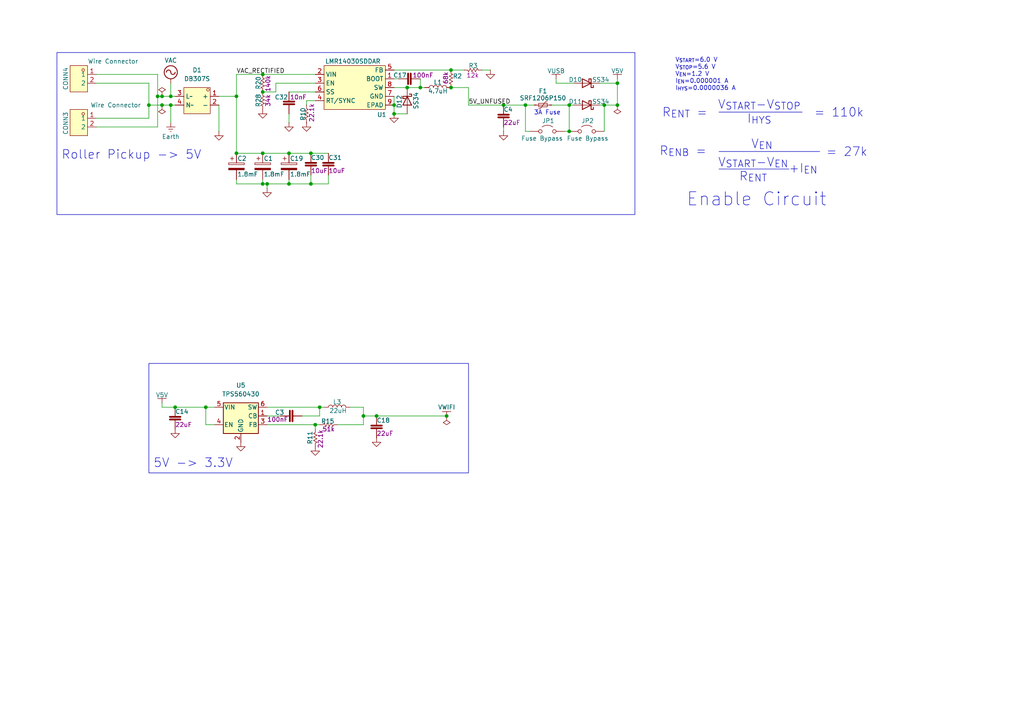
<source format=kicad_sch>
(kicad_sch (version 20231120) (generator "eeschema") (generator_version "8.0")
  (paper "A4")
  (lib_symbols
    (symbol "2060-452/998-404_1"
      (property "Reference" "CONN" (at 0 0 0))
      (property "Value" "Wire Connector" (at 0 0 0))
      (symbol "2060-452/998-404_1_1_0"
        (rectangle (start -2.54 3.81) (end 2.54 -3.81) (fill (type background)))
        (circle (center -1.27 2.54) (radius 0.381))
        (pin unspecified line (at -5.08 1.27 0) (length 2.54) (name "1") (number "1"))
        (pin unspecified line (at -5.08 -1.27 0) (length 2.54) (name "2") (number "2"))
      )
    )
    (symbol "Device:C_Polarized" (pin_numbers hide) (pin_names (offset 0.254))
      (property "Reference" "C" (at 0.635 2.54 0))
      (property "Value" "C_Polarized" (at 0.635 -2.54 0))
      (symbol "C_Polarized_0_1"
        (rectangle (start -2.286 0.508) (end 2.286 1.016))
        (polyline (pts (xy -1.778 2.286) (xy -0.762 2.286)))
        (polyline (pts (xy -1.27 2.794) (xy -1.27 1.778)))
        (rectangle (start 2.286 -0.508) (end -2.286 -1.016) (fill (type outline)))
      )
      (symbol "C_Polarized_1_1"
        (pin passive line (at 0 3.81 270) (length 2.794) (name "~") (number "1"))
        (pin passive line (at 0 -3.81 90) (length 2.794) (name "~") (number "2"))
      )
    )
    (symbol "Device:Polyfuse_Small" (pin_numbers hide) (pin_names (offset 0))
      (property "Reference" "F" (at -1.905 0 90))
      (property "Value" "Polyfuse_Small" (at 1.905 0 90))
      (symbol "Polyfuse_Small_0_1"
        (rectangle (start -0.508 1.27) (end 0.508 -1.27))
        (polyline (pts (xy 0 2.54) (xy 0 -2.54)))
        (polyline (pts (xy -1.016 1.27) (xy -1.016 0.762) (xy 1.016 -0.762) (xy 1.016 -1.27)))
      )
      (symbol "Polyfuse_Small_1_1"
        (pin passive line (at 0 2.54 270) (length 0.635) (name "~") (number "1"))
        (pin passive line (at 0 -2.54 90) (length 0.635) (name "~") (number "2"))
      )
    )
    (symbol "Diode:SS34" (pin_numbers hide) (pin_names (offset 1.016) hide)
      (property "Reference" "D" (at 0 2.54 0))
      (property "Value" "SS34" (at 0 -2.54 0))
      (symbol "SS34_0_1"
        (polyline (pts (xy 1.27 0) (xy -1.27 0)))
        (polyline (pts (xy 1.27 1.27) (xy 1.27 -1.27) (xy -1.27 0) (xy 1.27 1.27)) (stroke (width 0.254)))
        (polyline (pts (xy -1.905 0.635) (xy -1.905 1.27) (xy -1.27 1.27) (xy -1.27 -1.27) (xy -0.635 -1.27) (xy -0.635 -0.635)) (stroke (width 0.254)))
      )
      (symbol "SS34_1_1"
        (pin passive line (at -3.81 0 0) (length 2.54) (name "K") (number "1"))
        (pin passive line (at 3.81 0 180) (length 2.54) (name "A") (number "2"))
      )
    )
    (symbol "Galvani:2060-452/998-404"
      (property "Reference" "CONN" (at 0 0 0))
      (property "Value" "Wire Connector" (at 0 0 0))
      (symbol "2060-452/998-404_1_0"
        (rectangle (start -2.54 3.81) (end 2.54 -3.81) (fill (type background)))
        (circle (center -1.27 2.54) (radius 0.381))
        (pin unspecified line (at -5.08 1.27 0) (length 2.54) (name "1") (number "1"))
        (pin unspecified line (at -5.08 -1.27 0) (length 2.54) (name "2") (number "2"))
      )
    )
    (symbol "Galvani:Cap 100nF 0201" (pin_numbers hide) (pin_names (offset 0.254))
      (property "Reference" "C?" (at 1.016 1.524 90))
      (property "Val" "100nF" (at 1.016 -0.254 90))
      (symbol "Cap 100nF 0201_0_1"
        (polyline (pts (xy -1.524 0.254) (xy 1.524 0.254)) (stroke (width 0.508)))
        (polyline (pts (xy -1.524 1.016) (xy 1.524 1.016)) (stroke (width 0.508)))
      )
      (symbol "Cap 100nF 0201_1_1"
        (pin passive line (at 0 3.81 270) (length 2.794) (name "~") (number "1"))
        (pin passive line (at 0 -2.54 90) (length 2.54) (name "~") (number "2"))
      )
    )
    (symbol "Galvani:Cap 10nF 0201" (pin_numbers hide) (pin_names (offset 0.254))
      (property "Reference" "C?" (at 1.016 1.524 90))
      (property "Val" "10nF" (at 1.016 -0.254 90))
      (symbol "Cap 10nF 0201_0_1"
        (polyline (pts (xy -1.524 0.254) (xy 1.524 0.254)) (stroke (width 0.508)))
        (polyline (pts (xy -1.524 1.016) (xy 1.524 1.016)) (stroke (width 0.508)))
      )
      (symbol "Cap 10nF 0201_1_1"
        (pin passive line (at 0 3.81 270) (length 2.794) (name "~") (number "1"))
        (pin passive line (at 0 -2.54 90) (length 2.54) (name "~") (number "2"))
      )
    )
    (symbol "Galvani:Cap 10uF 0805" (pin_numbers hide) (pin_names (offset 0.254))
      (property "Reference" "C?" (at 0 2.54 0))
      (property "Val" "10uF" (at 0 -1.27 0))
      (symbol "Cap 10uF 0805_0_1"
        (polyline (pts (xy -1.524 0.254) (xy 1.524 0.254)) (stroke (width 0.508)))
        (polyline (pts (xy -1.524 1.016) (xy 1.524 1.016)) (stroke (width 0.508)))
      )
      (symbol "Cap 10uF 0805_1_1"
        (pin passive line (at 0 3.81 270) (length 2.794) (name "~") (number "1"))
        (pin passive line (at 0 -2.54 90) (length 2.54) (name "~") (number "2"))
      )
    )
    (symbol "Galvani:Cap 22uF 0402" (pin_numbers hide) (pin_names (offset 0.254))
      (property "Reference" "C?" (at 0 2.54 0))
      (property "Val" "22uF" (at 0 -1.27 0))
      (symbol "Cap 22uF 0402_0_1"
        (polyline (pts (xy -1.524 0.254) (xy 1.524 0.254)) (stroke (width 0.508)))
        (polyline (pts (xy -1.524 1.016) (xy 1.524 1.016)) (stroke (width 0.508)))
      )
      (symbol "Cap 22uF 0402_1_1"
        (pin passive line (at 0 3.81 270) (length 2.794) (name "~") (number "1"))
        (pin passive line (at 0 -2.54 90) (length 2.54) (name "~") (number "2"))
      )
    )
    (symbol "Galvani:DB207S"
      (property "Reference" "D" (at -4.826 -4.064 0))
      (property "Value" "DB207S" (at -0.508 6.096 0))
      (symbol "DB207S_1_0"
        (rectangle (start -5.08 5.08) (end 2.54 -2.54) (fill (type background)))
        (circle (center -4.445 4.445) (radius 0.381))
        (pin power_out line (at -7.62 2.54 0) (length 2.54) (name "+") (number "1"))
        (pin power_out line (at -7.62 0 0) (length 2.54) (name "-") (number "2"))
        (pin power_in line (at 5.08 2.54 180) (length 2.54) (name "L~") (number "3"))
        (pin power_in line (at 5.08 0 180) (length 2.54) (name "N~") (number "4"))
      )
    )
    (symbol "Galvani:LMR14030SDDAR"
      (property "Reference" "U" (at 0 0 0))
      (property "Value" "LMR14030SDDAR" (at 0 0 0))
      (symbol "LMR14030SDDAR_1_0"
        (rectangle (start -10.16 7.62) (end 7.62 -5.08) (fill (type background)))
        (pin unspecified line (at 10.16 3.81 180) (length 2.54) (name "BOOT") (number "1"))
        (pin unspecified line (at -12.7 5.08 0) (length 2.54) (name "VIN") (number "2"))
        (pin unspecified line (at -12.7 2.54 0) (length 2.54) (name "EN") (number "3"))
        (pin unspecified line (at -12.7 -2.54 0) (length 2.54) (name "RT/SYNC") (number "4"))
        (pin unspecified line (at 10.16 6.35 180) (length 2.54) (name "FB") (number "5"))
        (pin unspecified line (at -12.7 0 0) (length 2.54) (name "SS") (number "6"))
        (pin unspecified line (at 10.16 -1.27 180) (length 2.54) (name "GND") (number "7"))
        (pin unspecified line (at 10.16 1.27 180) (length 2.54) (name "SW") (number "8"))
        (pin unspecified line (at 10.16 -3.81 180) (length 2.54) (name "EPAD") (number "9"))
      )
    )
    (symbol "Galvani:R 12k 0201" (pin_numbers hide) (pin_names (offset 0))
      (property "Reference" "R?" (at -1.27 0 90))
      (property "Val" "12k" (at 1.27 1.778 90))
      (symbol "R 12k 0201_1_0"
        (polyline (pts (xy 0 2.54) (xy 0 1.524) (xy 0.508 1.27) (xy -0.508 0.762) (xy 0.508 0.254) (xy -0.508 -0.254) (xy 0.508 -0.762) (xy -0.508 -1.27) (xy 0 -1.524) (xy 0 -2.54)))
        (pin passive line (at 0 -2.54 90) (length 0) (name "1") (number "1"))
        (pin passive line (at 0 2.54 270) (length 0) (name "2") (number "2"))
      )
    )
    (symbol "Galvani:R 140k 0201" (pin_numbers hide) (pin_names (offset 0))
      (property "Reference" "R?" (at -1.27 0 90))
      (property "Val" "140k" (at 1.27 1.778 90))
      (symbol "R 140k 0201_1_0"
        (polyline (pts (xy 0 2.54) (xy 0 1.524) (xy 0.508 1.27) (xy -0.508 0.762) (xy 0.508 0.254) (xy -0.508 -0.254) (xy 0.508 -0.762) (xy -0.508 -1.27) (xy 0 -1.524) (xy 0 -2.54)))
        (pin passive line (at 0 -2.54 90) (length 0) (name "1") (number "1"))
        (pin passive line (at 0 2.54 270) (length 0) (name "2") (number "2"))
      )
    )
    (symbol "Galvani:R 22.1k 0201" (pin_numbers hide) (pin_names (offset 0))
      (property "Reference" "R?" (at -1.27 0 90))
      (property "Val" "22.1k" (at 1.524 3.048 90))
      (symbol "R 22.1k 0201_1_0"
        (polyline (pts (xy 0 2.54) (xy 0 1.524) (xy 0.508 1.27) (xy -0.508 0.762) (xy 0.508 0.254) (xy -0.508 -0.254) (xy 0.508 -0.762) (xy -0.508 -1.27) (xy 0 -1.524) (xy 0 -2.54)))
        (pin passive line (at 0 -2.54 90) (length 0) (name "1") (number "1"))
        (pin passive line (at 0 2.54 270) (length 0) (name "2") (number "2"))
      )
    )
    (symbol "Galvani:R 34k 0201" (pin_numbers hide) (pin_names (offset 0))
      (property "Reference" "R?" (at -1.27 0 90))
      (property "Val" "34k" (at 1.27 1.778 90))
      (symbol "R 34k 0201_1_0"
        (polyline (pts (xy 0 2.54) (xy 0 1.524) (xy 0.508 1.27) (xy -0.508 0.762) (xy 0.508 0.254) (xy -0.508 -0.254) (xy 0.508 -0.762) (xy -0.508 -1.27) (xy 0 -1.524) (xy 0 -2.54)))
        (pin passive line (at 0 -2.54 90) (length 0) (name "1") (number "1"))
        (pin passive line (at 0 2.54 270) (length 0) (name "2") (number "2"))
      )
    )
    (symbol "Galvani:R 51k 0201" (pin_numbers hide) (pin_names (offset 0))
      (property "Reference" "R?" (at -1.016 1.778 90))
      (property "Val" "51k" (at 1.27 -1.778 90))
      (symbol "R 51k 0201_1_0"
        (polyline (pts (xy 0 2.54) (xy 0 1.524) (xy 0.508 1.27) (xy -0.508 0.762) (xy 0.508 0.254) (xy -0.508 -0.254) (xy 0.508 -0.762) (xy -0.508 -1.27) (xy 0 -1.524) (xy 0 -2.54)))
        (pin passive line (at 0 -2.54 90) (length 0) (name "1") (number "1"))
        (pin passive line (at 0 2.54 270) (length 0) (name "2") (number "2"))
      )
    )
    (symbol "Galvani:R 68k 0201" (pin_numbers hide) (pin_names (offset 0))
      (property "Reference" "R?" (at -1.27 0 90))
      (property "Val" "68k" (at 1.524 -0.254 90))
      (symbol "R 68k 0201_1_0"
        (polyline (pts (xy 0 2.54) (xy 0 1.524) (xy 0.508 1.27) (xy -0.508 0.762) (xy 0.508 0.254) (xy -0.508 -0.254) (xy 0.508 -0.762) (xy -0.508 -1.27) (xy 0 -1.524) (xy 0 -2.54)))
        (pin passive line (at 0 -2.54 90) (length 0) (name "1") (number "1"))
        (pin passive line (at 0 2.54 270) (length 0) (name "2") (number "2"))
      )
    )
    (symbol "Galvani:TPS560430" (pin_names (offset 0.254))
      (property "Reference" "U?" (at 0 8.89 0))
      (property "Value" "TPS560430" (at 0 6.35 0))
      (symbol "TPS560430_0_1"
        (rectangle (start -5.08 3.81) (end 5.08 -5.08) (stroke (width 0.254)) (fill (type background)))
      )
      (symbol "TPS560430_1_1"
        (pin input line (at 7.62 0 180) (length 2.54) (name "CB") (number "1"))
        (pin power_in line (at 0 -7.62 90) (length 2.54) (name "GND") (number "2"))
        (pin input line (at 7.62 -2.54 180) (length 2.54) (name "FB") (number "3"))
        (pin input line (at -7.62 -2.54 0) (length 2.54) (name "EN") (number "4"))
        (pin power_in line (at -7.62 2.54 0) (length 2.54) (name "VIN") (number "5"))
        (pin power_out line (at 7.62 2.54 180) (length 2.54) (name "SW") (number "6"))
      )
    )
    (symbol "Galvani:V5V" (power) (pin_names (offset 0))
      (property "Value" "V5V" (at 0 2.54 0))
      (symbol "V5V_0_1"
        (polyline (pts (xy -1.27 1.27) (xy 0 1.27)))
        (polyline (pts (xy 0 0) (xy 0 1.27)))
        (polyline (pts (xy 0 1.27) (xy 1.27 1.27)))
      )
      (symbol "V5V_1_1"
        (pin power_in line (at 0 0 90) (length 0) hide (name "V5V") (number "1"))
      )
    )
    (symbol "Galvani:VUSB" (power) (pin_names (offset 0))
      (property "Value" "VUSB" (at 0 2.286 0))
      (symbol "VUSB_0_1"
        (polyline (pts (xy -1.27 1.27) (xy 0 1.27)))
        (polyline (pts (xy 0 0) (xy 0 1.27)))
        (polyline (pts (xy 0 1.27) (xy 1.27 1.27)))
      )
      (symbol "VUSB_1_1"
        (pin power_in line (at 0 0 90) (length 0) hide (name "VUSB") (number "1"))
      )
    )
    (symbol "Galvani:VWIFI" (power) (pin_names (offset 0))
      (property "Value" "VWIFI" (at 0 2.54 0))
      (symbol "VWIFI_0_1"
        (polyline (pts (xy -1.27 1.27) (xy 0 1.27)))
        (polyline (pts (xy 0 0) (xy 0 1.27)))
        (polyline (pts (xy 0 1.27) (xy 1.27 1.27)))
      )
      (symbol "VWIFI_1_1"
        (pin power_in line (at 0 0 90) (length 0) hide (name "VWIFI") (number "1"))
      )
    )
    (symbol "Galvani:YSPI0630A-220M" (pin_numbers hide) (pin_names (offset 1.016) hide)
      (property "Reference" "L?" (at 5.08 0 90))
      (property "Value" "22uH" (at 2.54 0 90))
      (symbol "YSPI0630A-220M_0_1"
        (arc (start 0 -2.54) (mid 0.6323 -1.905) (end 0 -1.27))
        (arc (start 0 -1.27) (mid 0.6323 -0.635) (end 0 0))
        (arc (start 0 0) (mid 0.6323 0.635) (end 0 1.27))
        (arc (start 0 1.27) (mid 0.6323 1.905) (end 0 2.54))
      )
      (symbol "YSPI0630A-220M_1_1"
        (pin passive line (at 0 3.81 270) (length 1.27) (name "1") (number "1"))
        (pin passive line (at 0 -3.81 90) (length 1.27) (name "2") (number "2"))
      )
    )
    (symbol "Jumper:Jumper_2_Open" (pin_numbers hide) (pin_names (offset 0) hide) (exclude_from_sim yes)
      (property "Reference" "JP" (at 0 2.794 0))
      (property "Value" "Jumper_2_Open" (at 0 -2.286 0))
      (symbol "Jumper_2_Open_0_0"
        (circle (center -2.032 0) (radius 0.508))
        (circle (center 2.032 0) (radius 0.508))
      )
      (symbol "Jumper_2_Open_0_1"
        (arc (start 1.524 1.27) (mid 0 1.778) (end -1.524 1.27))
      )
      (symbol "Jumper_2_Open_1_1"
        (pin passive line (at -5.08 0 0) (length 2.54) (name "A") (number "1"))
        (pin passive line (at 5.08 0 180) (length 2.54) (name "B") (number "2"))
      )
    )
    (symbol "power:Earth" (power) (pin_numbers hide) (pin_names (offset 0) hide)
      (property "Value" "Earth" (at 0 -3.81 0))
      (symbol "Earth_0_1"
        (polyline (pts (xy -0.635 -1.905) (xy 0.635 -1.905)))
        (polyline (pts (xy -0.127 -2.54) (xy 0.127 -2.54)))
        (polyline (pts (xy 0 -1.27) (xy 0 0)))
        (polyline (pts (xy 1.27 -1.27) (xy -1.27 -1.27)))
      )
      (symbol "Earth_1_1"
        (pin power_in line (at 0 0 270) (length 0) (name "~") (number "1"))
      )
    )
    (symbol "power:GND" (power) (pin_numbers hide) (pin_names (offset 0) hide)
      (property "Value" "GND" (at 0 -3.81 0))
      (symbol "GND_0_1"
        (polyline (pts (xy 0 0) (xy 0 -1.27) (xy 1.27 -1.27) (xy 0 -2.54) (xy -1.27 -1.27) (xy 0 -1.27)))
      )
      (symbol "GND_1_1"
        (pin power_in line (at 0 0 270) (length 0) (name "~") (number "1"))
      )
    )
    (symbol "power:PWR_FLAG" (power) (pin_numbers hide) (pin_names (offset 0) hide)
      (property "Value" "PWR_FLAG" (at 0 3.81 0))
      (symbol "PWR_FLAG_0_0"
        (pin power_out line (at 0 0 90) (length 0) (name "~") (number "1"))
      )
      (symbol "PWR_FLAG_0_1"
        (polyline (pts (xy 0 0) (xy 0 1.27) (xy -1.016 1.905) (xy 0 2.54) (xy 1.016 1.905) (xy 0 1.27)))
      )
    )
    (symbol "power:VAC" (power) (pin_numbers hide) (pin_names (offset 0) hide)
      (property "Value" "VAC" (at 0 6.35 0))
      (symbol "VAC_0_1"
        (polyline (pts (xy 0 0) (xy 0 1.27)))
        (arc (start 0 3.175) (mid -0.635 3.8073) (end -1.27 3.175) (stroke (width 0.254)))
        (arc (start 0 3.175) (mid 0.635 2.5427) (end 1.27 3.175) (stroke (width 0.254)))
        (circle (center 0 3.175) (radius 1.905) (stroke (width 0.254)))
      )
      (symbol "VAC_1_1"
        (pin power_in line (at 0 0 90) (length 0) (name "~") (number "1"))
      )
    )
  )
  (junction (at 130.81 25.4))
  (junction (at 152.4 30.48))
  (junction (at 130.81 20.32))
  (junction (at 46.99 27.94))
  (junction (at 43.18 30.48))
  (junction (at 77.47 53.34))
  (junction (at 146.05 30.48))
  (junction (at 68.58 27.94))
  (junction (at 118.11 25.4))
  (junction (at 175.26 30.48))
  (junction (at 105.41 120.65))
  (junction (at 46.99 30.48))
  (junction (at 68.58 44.45))
  (junction (at 165.1 30.48))
  (junction (at 59.69 118.11))
  (junction (at 50.8 118.11))
  (junction (at 76.2 21.59))
  (junction (at 165.1 38.1))
  (junction (at 109.22 120.65))
  (junction (at 83.82 53.34))
  (junction (at 76.2 53.34))
  (junction (at 114.3 33.02))
  (junction (at 49.53 27.94))
  (junction (at 49.53 30.48))
  (junction (at 92.71 118.11))
  (junction (at 76.2 44.45))
  (junction (at 76.2 26.67))
  (junction (at 90.17 53.34))
  (junction (at 121.92 25.4))
  (junction (at 45.72 27.94))
  (junction (at 179.07 30.48))
  (junction (at 129.54 120.65))
  (junction (at 114.3 30.48))
  (junction (at 91.44 123.19))
  (junction (at 83.82 44.45))
  (junction (at 179.07 24.13))
  (junction (at 90.17 44.45))
  (wire (pts (xy 83.82 26.67) (xy 91.44 26.67)))
  (wire (pts (xy 90.17 44.45) (xy 95.25 44.45)))
  (wire (pts (xy 63.5 30.48) (xy 63.5 38.1)))
  (wire (pts (xy 83.82 35.56) (xy 83.82 33.02)))
  (wire (pts (xy 95.25 50.8) (xy 95.25 53.34)))
  (wire (pts (xy 77.47 53.34) (xy 83.82 53.34)))
  (wire (pts (xy 95.25 53.34) (xy 90.17 53.34)))
  (wire (pts (xy 43.18 24.13) (xy 43.18 30.48)))
  (wire (pts (xy 59.69 123.19) (xy 59.69 118.11)))
  (wire (pts (xy 68.58 27.94) (xy 68.58 44.45)))
  (wire (pts (xy 46.99 27.94) (xy 49.53 27.94)))
  (wire (pts (xy 175.26 30.48) (xy 175.26 38.1)))
  (wire (pts (xy 45.72 36.83) (xy 27.94 36.83)))
  (wire (pts (xy 46.99 30.48) (xy 49.53 30.48)))
  (wire (pts (xy 109.22 120.65) (xy 129.54 120.65)))
  (wire (pts (xy 68.58 53.34) (xy 68.58 52.07)))
  (wire (pts (xy 105.41 123.19) (xy 105.41 120.65)))
  (wire (pts (xy 135.89 25.4) (xy 135.89 30.48)))
  (wire (pts (xy 50.8 30.48) (xy 49.53 30.48)))
  (wire (pts (xy 146.05 38.1) (xy 146.05 36.83)))
  (wire (pts (xy 179.07 22.86) (xy 179.07 24.13)))
  (wire (pts (xy 114.3 27.94) (xy 114.3 30.48)))
  (wire (pts (xy 46.99 118.11) (xy 50.8 118.11)))
  (wire (pts (xy 76.2 53.34) (xy 77.47 53.34)))
  (polyline (pts (xy 208.534 32.512) (xy 232.664 32.512)))
  (wire (pts (xy 43.18 34.29) (xy 43.18 30.48)))
  (wire (pts (xy 68.58 44.45) (xy 76.2 44.45)))
  (wire (pts (xy 76.2 21.59) (xy 91.44 21.59)))
  (wire (pts (xy 161.29 22.86) (xy 161.29 24.13)))
  (wire (pts (xy 130.81 20.32) (xy 114.3 20.32)))
  (wire (pts (xy 92.71 118.11) (xy 93.98 118.11)))
  (wire (pts (xy 50.8 27.94) (xy 49.53 27.94)))
  (wire (pts (xy 173.99 24.13) (xy 179.07 24.13)))
  (wire (pts (xy 59.69 118.11) (xy 62.23 118.11)))
  (wire (pts (xy 105.41 120.65) (xy 109.22 120.65)))
  (wire (pts (xy 27.94 24.13) (xy 43.18 24.13)))
  (wire (pts (xy 77.47 54.61) (xy 77.47 53.34)))
  (wire (pts (xy 87.63 120.65) (xy 92.71 120.65)))
  (wire (pts (xy 45.72 27.94) (xy 45.72 21.59)))
  (wire (pts (xy 80.01 24.13) (xy 91.44 24.13)))
  (wire (pts (xy 105.41 118.11) (xy 105.41 120.65)))
  (wire (pts (xy 76.2 44.45) (xy 83.82 44.45)))
  (wire (pts (xy 50.8 118.11) (xy 59.69 118.11)))
  (wire (pts (xy 160.02 30.48) (xy 165.1 30.48)))
  (wire (pts (xy 88.9 29.21) (xy 91.44 29.21)))
  (wire (pts (xy 163.83 38.1) (xy 165.1 38.1)))
  (wire (pts (xy 77.47 118.11) (xy 92.71 118.11)))
  (wire (pts (xy 77.47 120.65) (xy 81.28 120.65)))
  (wire (pts (xy 114.3 25.4) (xy 118.11 25.4)))
  (wire (pts (xy 175.26 30.48) (xy 179.07 30.48)))
  (polyline (pts (xy 208.534 43.942) (xy 237.744 43.942)))
  (wire (pts (xy 114.3 33.02) (xy 114.3 30.48)))
  (wire (pts (xy 179.07 24.13) (xy 179.07 30.48)))
  (wire (pts (xy 68.58 53.34) (xy 76.2 53.34)))
  (wire (pts (xy 101.6 118.11) (xy 105.41 118.11)))
  (wire (pts (xy 152.4 30.48) (xy 152.4 38.1)))
  (wire (pts (xy 92.71 118.11) (xy 92.71 120.65)))
  (wire (pts (xy 161.29 24.13) (xy 166.37 24.13)))
  (wire (pts (xy 121.92 25.4) (xy 123.19 25.4)))
  (wire (pts (xy 62.23 123.19) (xy 59.69 123.19)))
  (wire (pts (xy 134.62 20.32) (xy 130.81 20.32)))
  (wire (pts (xy 45.72 27.94) (xy 46.99 27.94)))
  (wire (pts (xy 83.82 44.45) (xy 90.17 44.45)))
  (wire (pts (xy 49.53 30.48) (xy 49.53 35.56)))
  (wire (pts (xy 146.05 30.48) (xy 152.4 30.48)))
  (wire (pts (xy 173.99 30.48) (xy 175.26 30.48)))
  (wire (pts (xy 46.99 116.84) (xy 46.99 118.11)))
  (wire (pts (xy 68.58 21.59) (xy 76.2 21.59)))
  (wire (pts (xy 83.82 52.07) (xy 83.82 53.34)))
  (wire (pts (xy 114.3 33.02) (xy 118.11 33.02)))
  (wire (pts (xy 83.82 53.34) (xy 90.17 53.34)))
  (wire (pts (xy 92.71 123.19) (xy 91.44 123.19)))
  (wire (pts (xy 152.4 38.1) (xy 153.67 38.1)))
  (wire (pts (xy 165.1 30.48) (xy 166.37 30.48)))
  (wire (pts (xy 97.79 123.19) (xy 105.41 123.19)))
  (wire (pts (xy 49.53 24.13) (xy 49.53 27.94)))
  (wire (pts (xy 27.94 34.29) (xy 43.18 34.29)))
  (wire (pts (xy 90.17 53.34) (xy 90.17 50.8)))
  (polyline (pts (xy 208.534 49.022) (xy 228.854 49.022)))
  (wire (pts (xy 114.3 22.86) (xy 115.57 22.86)))
  (wire (pts (xy 43.18 30.48) (xy 46.99 30.48)))
  (wire (pts (xy 45.72 21.59) (xy 27.94 21.59)))
  (wire (pts (xy 76.2 53.34) (xy 76.2 52.07)))
  (wire (pts (xy 121.92 22.86) (xy 121.92 25.4)))
  (wire (pts (xy 88.9 30.48) (xy 88.9 29.21)))
  (wire (pts (xy 63.5 27.94) (xy 68.58 27.94)))
  (wire (pts (xy 152.4 30.48) (xy 154.94 30.48)))
  (wire (pts (xy 80.01 26.67) (xy 80.01 24.13)))
  (wire (pts (xy 139.7 20.32) (xy 142.24 20.32)))
  (wire (pts (xy 91.44 124.46) (xy 91.44 123.19)))
  (wire (pts (xy 135.89 25.4) (xy 130.81 25.4)))
  (wire (pts (xy 118.11 25.4) (xy 121.92 25.4)))
  (wire (pts (xy 68.58 21.59) (xy 68.58 27.94)))
  (wire (pts (xy 45.72 27.94) (xy 45.72 36.83)))
  (wire (pts (xy 76.2 26.67) (xy 80.01 26.67)))
  (wire (pts (xy 135.89 30.48) (xy 146.05 30.48)))
  (wire (pts (xy 165.1 38.1) (xy 165.1 30.48)))
  (wire (pts (xy 77.47 123.19) (xy 91.44 123.19)))
  (rectangle (start 43.18 105.41) (end 135.89 137.16))
  (rectangle (start 16.51 15.24) (end 184.15 62.23))
  (text "R_{ENB} =" (at 198.12 43.942 0) (effects (font (size 2.54 2.54))))
  (text "V_{EN}" (at 220.98 41.91 0) (effects (font (size 2.54 2.54))))
  (text "= 110k" (at 243.332 32.766 0) (effects (font (size 2.54 2.54))))
  (text "5V -> 3.3V" (at 44.45 135.89 0) (effects (font (size 2.54 2.54)) (justify left bottom)))
  (text "Roller Pickup -> 5V" (at 17.78 46.482 0) (effects (font (size 2.54 2.54)) (justify left bottom)))
  (text "V_{START}-V_{EN}\nR_{ENT}" (at 218.44 49.276 0) (effects (font (size 2.54 2.54))))
  (text "R_{ENT} =" (at 198.628 32.766 0) (effects (font (size 2.54 2.54))))
  (text "V_{START}-V_{STOP}\nI_{HYS}" (at 220.218 32.512 0) (effects (font (size 2.54 2.54))))
  (text "Enable Circuit" (at 219.456 57.912 0) (effects (font (size 3.81 3.81))))
  (text "V_{START}=6.0 V\nV_{STOP}=5.6 V\nV_{EN}=1.2 V\nI_{EN}=0.000001 A\nI_{HYS}=0.0000036 A" (at 195.834 21.59 0) (effects (font (size 1.27 1.27)) (justify left)))
  (text "= 27k" (at 245.618 44.196 0) (effects (font (size 2.54 2.54))))
  (text "3A Fuse" (at 158.75 32.766 0) (effects (font (size 1.27 1.27))))
  (text "+I_{EN}" (at 232.918 49.022 0) (effects (font (size 2.54 2.54))))
  (label "VAC_RECTIFIED" (at 68.58 21.59 0))
  (label "5V_UNFUSED" (at 135.89 30.48 0))
  (symbol (lib_id "power:GND") (at 83.82 35.56 0) (unit 1)
    (property "Reference" "#PWR025" (effects (hide yes)))
    (property "Value" "GND" (effects (hide yes)))
    (property "Description" "Power symbol creates a global label with name \"GND\" , ground" (effects (hide yes)))
  )
  (symbol (lib_id "power:GND") (at 142.24 20.32 0) (unit 1)
    (property "Reference" "#PWR046" (effects (hide yes)))
    (property "Value" "GND" (effects (hide yes)))
    (property "Description" "Power symbol creates a global label with name \"GND\" , ground" (effects (hide yes)))
  )
  (symbol (lib_id "Diode:SS34") (at 170.18 30.48 180) (unit 1)
    (property "Reference" "D11" (at 166.878 29.464 0))
    (property "Value" "SS34" (at 174.244 29.464 0))
    (property "Footprint" "Diode_SMD:D_SMA" (effects (hide yes)))
    (property "Datasheet" "https://www.vishay.com/docs/88751/ss32.pdf" (effects (hide yes)))
    (property "Description" "40V 3A Schottky Diode, SMA" (effects (hide yes)))
    (property "Manufacturer" "Mdd" (effects (hide yes)))
    (property "MPN" "SS34" (effects (hide yes)))
    (property "LCSC" "C8678" (effects (hide yes)))
  )
  (symbol (lib_id "power:GND") (at 69.85 128.27 0) (unit 1)
    (property "Reference" "#PWR074" (effects (hide yes)))
    (property "Value" "GND" (effects (hide yes)))
    (property "Description" "Power symbol creates a global label with name \"GND\" , ground" (effects (hide yes)))
  )
  (symbol (lib_id "Device:Polyfuse_Small") (at 157.48 30.48 90) (unit 1)
    (property "Reference" "F1" (at 157.48 26.416 90))
    (property "Value" "SRF1206P150" (at 157.48 28.448 90))
    (property "Footprint" "Fuse:Fuse_1206_3216Metric" (effects (hide yes)))
    (property "Datasheet" "https://wmsc.lcsc.com/wmsc/upload/file/pdf/v2/lcsc/2202132100_prosemi-SRF1206P150_C2838983.pdf" (effects (hide yes)))
    (property "Description" "Resettable fuse, polymeric positive temperature coefficient, small symbol" (effects (hide yes)))
    (property "Manufacturer" "Prosemi" (effects (hide yes)))
    (property "MPN" "SRF1206P150" (effects (hide yes)))
    (property "LCSC" "C2838983" (effects (hide yes)))
  )
  (symbol (lib_id "power:GND") (at 146.05 38.1 0) (unit 1)
    (property "Reference" "#PWR051" (effects (hide yes)))
    (property "Value" "GND" (effects (hide yes)))
    (property "Description" "Power symbol creates a global label with name \"GND\" , ground" (effects (hide yes)))
  )
  (symbol (lib_id "power:GND") (at 109.22 127 0) (unit 1)
    (property "Reference" "#PWR083" (effects (hide yes)))
    (property "Value" "GND" (effects (hide yes)))
    (property "Description" "Power symbol creates a global label with name \"GND\" , ground" (effects (hide yes)))
  )
  (symbol (lib_id "Galvani:R 22.1k 0201") (at 88.9 33.02 0) (unit 1)
    (property "Reference" "R10" (at 87.884 35.052 90) (effects (justify left)))
    (property "Value" "R 22.1k 0201" (effects (hide yes)))
    (property "Footprint" "Galvani:R_0201_0603Metric" (effects (hide yes)))
    (property "Val" "22.1k" (at 90.424 29.972 90) (effects (justify right)))
  )
  (symbol (lib_id "Device:C_Polarized") (at 83.82 48.26 0) (unit 1)
    (property "Reference" "C19" (at 84.074 45.974 0) (effects (justify left)))
    (property "Value" "1.8mF" (at 84.074 50.546 0) (effects (justify left)))
    (property "Footprint" "Galvani:CAP-SMD_BD18.0-L21.5-W21.5" (effects (hide yes)))
    (property "Datasheet" "https://wmsc.lcsc.com/wmsc/upload/file/pdf/v2/lcsc/2206301830_Lelon-VUX182M1VTR-1821_C3029717.pdf" (effects (hide yes)))
    (property "Description" "1800uF 35V ±20% SMD,D18xL21.5mm Aluminum Electrolytic Capacitors - SMD ROHS" (effects (hide yes)))
    (property "Manufacturer" "Lelon" (effects (hide yes)))
    (property "MPN" "VUX182M1VTR-1821" (effects (hide yes)))
    (property "LCSC" "C3029717" (effects (hide yes)))
  )
  (symbol (lib_id "Galvani:2060-452/998-404") (at 22.86 22.86 0) (mirror y) (unit 1)
    (property "Reference" "CONN4" (at 19.05 26.162 90) (effects (justify left)))
    (property "Value" "Wire Connector" (at 40.132 17.78 0) (effects (justify left)))
    (property "Footprint" "Galvani:CONN-SMD_2060-452" (effects (hide yes)))
    (property "Datasheet" "https://atta.szlcsc.com/upload/public/pdf/source/20210406/C2765055_56EE5E040DB4B2E747AE8E3BFC9B5745.pdf" (effects (hide yes)))
    (property "Description" "Structure:1x2P Pitch:4mm Color:White Mounting Style:- Number of Pins:2P Number of PINs Per Row:2 Current Rating (Max):9A Voltage Rating (Max):320V Wire Gauge - AWG:18~24 Wire Gauge - mm2:- Operating Temperature Range:-60°C~+105°C Operating Temperature Range" (effects (hide yes)))
    (property "Manufacturer" "WAGO(万可)" (effects (hide yes)))
    (property "MPN" "2060-452/998-404" (effects (hide yes)))
    (property "LCSC" "C2765055" (effects (hide yes)))
  )
  (symbol (lib_id "Galvani:Cap 22uF 0402") (at 50.8 121.92 0) (unit 1)
    (property "Reference" "C14" (at 50.8 119.38 0) (effects (justify left)))
    (property "Value" "Cap 22uF 0805" (effects (hide yes)))
    (property "Footprint" "Capacitor_SMD:C_0805_2012Metric" (effects (hide yes)))
    (property "Description" "25V 22uF X5R ±20% 0805" (effects (hide yes)))
    (property "Manufacturer" "Samsung electro-mechanics" (effects (hide yes)))
    (property "MPN" "CL21A226MAQNNNE" (effects (hide yes)))
    (property "Val" "22uF" (at 50.8 123.19 0) (effects (justify left)))
    (property "LCSC" "C45783" (effects (hide yes)))
  )
  (symbol (lib_id "Galvani:R 22.1k 0201") (at 91.44 127 0) (mirror x) (unit 1)
    (property "Reference" "R11" (at 89.916 124.968 90) (effects (justify left)))
    (property "Value" "R 22.1k 0201" (effects (hide yes)))
    (property "Footprint" "Galvani:R_0201_0603Metric" (effects (hide yes)))
    (property "Val" "22.1k" (at 92.964 130.048 90) (effects (justify right)))
  )
  (symbol (lib_id "Galvani:TPS560430") (at 69.85 120.65 0) (unit 1)
    (property "Reference" "U5" (at 69.85 111.76 0))
    (property "Value" "TPS560430" (at 69.85 114.3 0))
    (property "Footprint" "Package_TO_SOT_SMD:SOT-23-6" (effects (hide yes)))
    (property "Datasheet" "http://www.ti.com/lit/ds/symlink/tps560430.pdf" (effects (hide yes)))
    (property "Description" "500mA, Synchronous Step-Down Converter With, Adjustable Output Voltage, 4.5-17V Input Voltage, SOT-23-5" (effects (hide yes)))
    (property "Manufacturer" "Texas Instruments" (effects (hide yes)))
    (property "MPN" "TPS560430XDBVR" (effects (hide yes)))
    (property "LCSC" "C524782" (effects (hide yes)))
  )
  (symbol (lib_id "Galvani:R 51k 0201") (at 95.25 123.19 270) (unit 1)
    (property "Reference" "R15" (at 97.028 122.174 90) (effects (justify right)))
    (property "Value" "R 51k 0201" (effects (hide yes)))
    (property "Footprint" "Galvani:R_0201_0603Metric" (effects (hide yes)))
    (property "Val" "51k" (at 93.472 124.46 90) (effects (justify left)))
  )
  (symbol (lib_id "Galvani:LMR14030SDDAR") (at 104.14 26.67 0) (unit 1)
    (property "Reference" "U1" (at 110.744 33.274 0))
    (property "Value" "LMR14030SDDAR" (at 102.362 17.78 0))
    (property "Footprint" "Package_SO:SOIC-8-1EP_3.9x4.9mm_P1.27mm_EP2.41x3.3mm_ThermalVias" (effects (hide yes)))
    (property "Datasheet" "https://www.ti.com/cn/lit/gpn/lmr14030" (effects (hide yes)))
    (property "Description" "Function:Step-down type Output Type:Adjustable Input Voltage:4V~40V Input Voltage:4V~40V Output Voltage:800mV~28V Output Voltage:800mV~28V Output Current (Max):3.5A Switching Frequency:2.5MHz Operating Temperature:-40°C~+125°C@(TJ) Operating Temperature:-40" (effects (hide yes)))
    (property "Manufacturer" "TI(德州仪器)" (effects (hide yes)))
    (property "MPN" "LMR14030SDDAR" (effects (hide yes)))
    (property "LCSC" "C182078" (effects (hide yes)))
  )
  (symbol (lib_id "Galvani:VWIFI") (at 129.54 120.65 0) (unit 1)
    (property "Reference" "#PWR090" (effects (hide yes)))
    (property "Value" "VWIFI" (at 129.54 118.11 0))
  )
  (symbol (lib_id "Galvani:Cap 100nF 0201") (at 83.82 120.65 270) (unit 1)
    (property "Reference" "C3" (at 79.756 119.634 90) (effects (justify left)))
    (property "Value" "Cap 100nF 0201" (effects (hide yes)))
    (property "Footprint" "Galvani:C_0201_0603Metric" (effects (hide yes)))
    (property "Val" "100nF" (at 83.566 121.666 90) (effects (justify right)))
  )
  (symbol (lib_id "Jumper:Jumper_2_Open") (at 158.75 38.1 0) (unit 1) (exclude_from_sim yes) (in_bom no)
    (property "Reference" "JP1" (at 159.004 35.052 0))
    (property "Value" "Fuse Bypass" (at 157.226 40.132 0))
    (property "Footprint" "Jumper:SolderJumper-2_P1.3mm_Open_TrianglePad1.0x1.5mm" (effects (hide yes)))
    (property "Description" "Jumper, 2-pole, open" (effects (hide yes)))
  )
  (symbol (lib_id "Galvani:Cap 22uF 0402") (at 146.05 34.29 0) (unit 1)
    (property "Reference" "C4" (at 146.05 31.75 0) (effects (justify left)))
    (property "Value" "Cap 22uF 0805" (effects (hide yes)))
    (property "Footprint" "Capacitor_SMD:C_0805_2012Metric" (effects (hide yes)))
    (property "Description" "25V 22uF X5R ±20% 0805" (effects (hide yes)))
    (property "Manufacturer" "Samsung electro-mechanics" (effects (hide yes)))
    (property "MPN" "CL21A226MAQNNNE" (effects (hide yes)))
    (property "Val" "22uF" (at 146.05 35.56 0) (effects (justify left)))
    (property "LCSC" "C45783" (effects (hide yes)))
  )
  (symbol (lib_id "power:PWR_FLAG") (at 129.54 120.65 180) (unit 1)
    (property "Reference" "#FLG05" (effects (hide yes)))
    (property "Value" "PWR_FLAG" (effects (hide yes)))
    (property "Description" "Special symbol for telling ERC where power comes from" (effects (hide yes)))
  )
  (symbol (lib_id "Galvani:V5V") (at 179.07 22.86 0) (unit 1)
    (property "Reference" "#PWR061" (effects (hide yes)))
    (property "Value" "V5V" (at 179.07 20.574 0))
  )
  (symbol (lib_id "Galvani:R 12k 0201") (at 137.16 20.32 270) (mirror x) (unit 1)
    (property "Reference" "R3" (at 135.89 19.05 90) (effects (justify left)))
    (property "Value" "R 12k 0201" (effects (hide yes)))
    (property "Footprint" "Galvani:R_0201_0603Metric" (effects (hide yes)))
    (property "Val" "12k" (at 138.938 21.844 90) (effects (justify right)))
  )
  (symbol (lib_id "power:VAC") (at 49.53 24.13 0) (unit 1)
    (property "Reference" "#PWR010" (effects (hide yes)))
    (property "Value" "VAC" (at 49.53 17.526 0))
    (property "Description" "Power symbol creates a global label with name \"VAC\"" (effects (hide yes)))
  )
  (symbol (lib_id "Galvani:R 68k 0201") (at 130.81 22.86 180) (unit 1)
    (property "Reference" "R2" (at 131.318 22.098 0) (effects (justify right)))
    (property "Value" "R 68k 0201" (effects (hide yes)))
    (property "Footprint" "Galvani:R_0201_0603Metric" (effects (hide yes)))
    (property "Val" "68k" (at 129.286 22.606 90))
  )
  (symbol (lib_id "power:PWR_FLAG") (at 46.99 27.94 0) (unit 1)
    (property "Reference" "#FLG08" (effects (hide yes)))
    (property "Value" "PWR_FLAG" (effects (hide yes)))
    (property "Description" "Special symbol for telling ERC where power comes from" (effects (hide yes)))
  )
  (symbol (lib_id "Galvani:Cap 22uF 0402") (at 109.22 124.46 0) (unit 1)
    (property "Reference" "C18" (at 109.22 121.92 0) (effects (justify left)))
    (property "Value" "Cap 22uF 0805" (effects (hide yes)))
    (property "Footprint" "Capacitor_SMD:C_0805_2012Metric" (effects (hide yes)))
    (property "Description" "25V 22uF X5R ±20% 0805" (effects (hide yes)))
    (property "Manufacturer" "Samsung electro-mechanics" (effects (hide yes)))
    (property "MPN" "CL21A226MAQNNNE" (effects (hide yes)))
    (property "Val" "22uF" (at 109.22 125.73 0) (effects (justify left)))
    (property "LCSC" "C45783" (effects (hide yes)))
  )
  (symbol (lib_id "Galvani:YSPI0630A-220M") (at 127 25.4 90) (unit 1)
    (property "Reference" "L1" (at 127 23.876 90))
    (property "Value" "4.7uH" (at 127 26.416 90))
    (property "Footprint" "Galvani:IND-SMD_L7.2-W6.6_GPSR07X0" (effects (hide yes)))
    (property "Datasheet" "https://wmsc.lcsc.com/wmsc/upload/file/pdf/v2/lcsc/2402201427_SHOU-HAN-CYA0630-4-7UH_C5189748.pdf" (effects (hide yes)))
    (property "Description" "Inductor" (effects (hide yes)))
    (property "Manufacturer" "SHOU HAN" (effects (hide yes)))
    (property "MPN" "CYA0630-4.7UH" (effects (hide yes)))
    (property "LCSC" "C5189748" (effects (hide yes)))
  )
  (symbol (lib_id "power:Earth") (at 49.53 35.56 0) (unit 1)
    (property "Reference" "#PWR011" (effects (hide yes)))
    (property "Value" "Earth" (at 49.53 39.624 0))
    (property "Description" "Power symbol creates a global label with name \"Earth\"" (effects (hide yes)))
  )
  (symbol (lib_id "power:PWR_FLAG") (at 179.07 30.48 180) (unit 1)
    (property "Reference" "#FLG04" (effects (hide yes)))
    (property "Value" "PWR_FLAG" (effects (hide yes)))
    (property "Description" "Special symbol for telling ERC where power comes from" (effects (hide yes)))
  )
  (symbol (lib_id "power:PWR_FLAG") (at 46.99 30.48 180) (unit 1)
    (property "Reference" "#FLG07" (effects (hide yes)))
    (property "Value" "PWR_FLAG" (effects (hide yes)))
    (property "Description" "Special symbol for telling ERC where power comes from" (effects (hide yes)))
  )
  (symbol (lib_id "Galvani:Cap 10nF 0201") (at 83.82 29.21 180) (unit 1)
    (property "Reference" "C32" (at 83.566 28.194 0) (effects (justify left)))
    (property "Value" "Cap 10nF 0201" (effects (hide yes)))
    (property "Footprint" "Galvani:C_0201_0603Metric" (effects (hide yes)))
    (property "Val" "10nF" (at 84.074 28.194 0) (effects (justify right)))
  )
  (symbol (lib_id "Device:C_Polarized") (at 68.58 48.26 0) (unit 1)
    (property "Reference" "C2" (at 68.834 45.974 0) (effects (justify left)))
    (property "Value" "1.8mF" (at 68.834 50.546 0) (effects (justify left)))
    (property "Footprint" "Galvani:CAP-SMD_BD18.0-L21.5-W21.5" (effects (hide yes)))
    (property "Datasheet" "https://wmsc.lcsc.com/wmsc/upload/file/pdf/v2/lcsc/2206301830_Lelon-VUX182M1VTR-1821_C3029717.pdf" (effects (hide yes)))
    (property "Description" "1800uF 35V ±20% SMD,D18xL21.5mm Aluminum Electrolytic Capacitors - SMD ROHS" (effects (hide yes)))
    (property "Manufacturer" "Lelon" (effects (hide yes)))
    (property "MPN" "VUX182M1VTR-1821" (effects (hide yes)))
    (property "LCSC" "C3029717" (effects (hide yes)))
  )
  (symbol (lib_id "Device:C_Polarized") (at 76.2 48.26 0) (unit 1)
    (property "Reference" "C1" (at 76.454 45.974 0) (effects (justify left)))
    (property "Value" "1.8mF" (at 76.454 50.546 0) (effects (justify left)))
    (property "Footprint" "Galvani:CAP-SMD_BD18.0-L21.5-W21.5" (effects (hide yes)))
    (property "Datasheet" "https://wmsc.lcsc.com/wmsc/upload/file/pdf/v2/lcsc/2206301830_Lelon-VUX182M1VTR-1821_C3029717.pdf" (effects (hide yes)))
    (property "Description" "1800uF 35V ±20% SMD,D18xL21.5mm Aluminum Electrolytic Capacitors - SMD ROHS" (effects (hide yes)))
    (property "Manufacturer" "Lelon" (effects (hide yes)))
    (property "MPN" "VUX182M1VTR-1821" (effects (hide yes)))
    (property "LCSC" "C3029717" (effects (hide yes)))
  )
  (symbol (lib_name "2060-452/998-404_1") (lib_id "Galvani:2060-452/998-404") (at 22.86 35.56 0) (mirror y) (unit 1)
    (property "Reference" "CONN3" (at 19.05 39.116 90) (effects (justify left)))
    (property "Value" "Wire Connector" (at 40.894 30.48 0) (effects (justify left)))
    (property "Footprint" "Galvani:CONN-SMD_2060-452" (effects (hide yes)))
    (property "Datasheet" "https://atta.szlcsc.com/upload/public/pdf/source/20210406/C2765055_56EE5E040DB4B2E747AE8E3BFC9B5745.pdf" (effects (hide yes)))
    (property "Description" "Structure:1x2P Pitch:4mm Color:White Mounting Style:- Number of Pins:2P Number of PINs Per Row:2 Current Rating (Max):9A Voltage Rating (Max):320V Wire Gauge - AWG:18~24 Wire Gauge - mm2:- Operating Temperature Range:-60°C~+105°C Operating Temperature Range" (effects (hide yes)))
    (property "Manufacturer" "WAGO(万可)" (effects (hide yes)))
    (property "MPN" "2060-452/998-404" (effects (hide yes)))
    (property "LCSC" "C2765055" (effects (hide yes)))
  )
  (symbol (lib_id "Galvani:VUSB") (at 161.29 22.86 0) (unit 1)
    (property "Reference" "#PWR056" (effects (hide yes)))
    (property "Value" "VUSB" (at 161.29 20.574 0))
    (property "Description" "Target power input" (effects (hide yes)))
  )
  (symbol (lib_id "power:GND") (at 88.9 35.56 0) (unit 1)
    (property "Reference" "#PWR027" (effects (hide yes)))
    (property "Value" "GND" (effects (hide yes)))
    (property "Description" "Power symbol creates a global label with name \"GND\" , ground" (effects (hide yes)))
  )
  (symbol (lib_id "Diode:SS34") (at 170.18 24.13 180) (unit 1)
    (property "Reference" "D10" (at 166.878 23.114 0))
    (property "Value" "SS34" (at 174.244 23.114 0))
    (property "Footprint" "Diode_SMD:D_SMA" (effects (hide yes)))
    (property "Datasheet" "https://www.vishay.com/docs/88751/ss32.pdf" (effects (hide yes)))
    (property "Description" "40V 3A Schottky Diode, SMA" (effects (hide yes)))
    (property "Manufacturer" "Mdd" (effects (hide yes)))
    (property "MPN" "SS34" (effects (hide yes)))
    (property "LCSC" "C8678" (effects (hide yes)))
  )
  (symbol (lib_id "Galvani:YSPI0630A-220M") (at 97.79 118.11 90) (unit 1)
    (property "Reference" "L3" (at 97.79 116.586 90))
    (property "Value" "22uH" (at 98.044 119.126 90))
    (property "Footprint" "Galvani:IND-SMD_L7.1-W6.6" (effects (hide yes)))
    (property "Datasheet" "https://wmsc.lcsc.com/wmsc/upload/file/pdf/v2/lcsc/2304140030_YJYCOIN-YSPI0630A-220M_C497873.pdf" (effects (hide yes)))
    (property "Description" "Inductor" (effects (hide yes)))
    (property "Manufacturer" "YJYCOIN" (effects (hide yes)))
    (property "MPN" "YSPI0630A-220M" (effects (hide yes)))
    (property "LCSC" "C497873" (effects (hide yes)))
  )
  (symbol (lib_id "power:GND") (at 91.44 129.54 0) (unit 1)
    (property "Reference" "#PWR079" (effects (hide yes)))
    (property "Value" "GND" (effects (hide yes)))
    (property "Description" "Power symbol creates a global label with name \"GND\" , ground" (effects (hide yes)))
  )
  (symbol (lib_id "Jumper:Jumper_2_Open") (at 170.18 38.1 0) (unit 1) (exclude_from_sim yes) (in_bom no)
    (property "Reference" "JP2" (at 170.434 35.052 0))
    (property "Value" "Fuse Bypass" (at 170.434 40.132 0))
    (property "Footprint" "Jumper:SolderJumper-2_P1.3mm_Open_TrianglePad1.0x1.5mm" (effects (hide yes)))
    (property "Description" "Jumper, 2-pole, open" (effects (hide yes)))
  )
  (symbol (lib_id "power:GND") (at 76.2 31.75 0) (unit 1)
    (property "Reference" "#PWR032" (effects (hide yes)))
    (property "Value" "GND" (effects (hide yes)))
    (property "Description" "Power symbol creates a global label with name \"GND\" , ground" (effects (hide yes)))
  )
  (symbol (lib_id "power:GND") (at 114.3 33.02 0) (unit 1)
    (property "Reference" "#PWR034" (effects (hide yes)))
    (property "Value" "GND" (effects (hide yes)))
    (property "Description" "Power symbol creates a global label with name \"GND\" , ground" (effects (hide yes)))
  )
  (symbol (lib_id "Diode:SS34") (at 118.11 29.21 270) (unit 1)
    (property "Reference" "D12" (at 115.824 29.464 0))
    (property "Value" "SS34" (at 120.65 29.21 0))
    (property "Footprint" "Diode_SMD:D_SMA" (effects (hide yes)))
    (property "Datasheet" "https://www.vishay.com/docs/88751/ss32.pdf" (effects (hide yes)))
    (property "Description" "40V 3A Schottky Diode, SMA" (effects (hide yes)))
    (property "Manufacturer" "Mdd" (effects (hide yes)))
    (property "MPN" "SS34" (effects (hide yes)))
    (property "LCSC" "C8678" (effects (hide yes)))
  )
  (symbol (lib_id "Galvani:Cap 10uF 0805") (at 90.17 48.26 0) (unit 1)
    (property "Reference" "C30" (at 90.17 45.72 0) (effects (justify left)))
    (property "Value" "Cap 10uF 0805" (effects (hide yes)))
    (property "Footprint" "Capacitor_SMD:C_0805_2012Metric" (effects (hide yes)))
    (property "Description" "50V 10uF X5R ±10% 0805" (effects (hide yes)))
    (property "Manufacturer" "Murata Electronics" (effects (hide yes)))
    (property "MPN" "GRM21BR61H106KE43L" (effects (hide yes)))
    (property "Val" "10uF" (at 90.17 49.53 0) (effects (justify left)))
    (property "LCSC" "C440198" (effects (hide yes)))
  )
  (symbol (lib_id "Galvani:DB207S") (at 55.88 30.48 0) (mirror y) (unit 1)
    (property "Reference" "D1" (at 57.15 20.32 0))
    (property "Value" "DB307S" (at 57.15 22.86 0))
    (property "Footprint" "Galvani:DB-S_L8.3-W6.4-P5.10-LS9.9-TL" (effects (hide yes)))
    (property "Datasheet" "https://wmsc.lcsc.com/wmsc/upload/file/pdf/v2/lcsc/2205131645_JUXING-DB307S_C3011148.pdf" (effects (hide yes)))
    (property "Description" "Forward Voltage (Vf@If):1.1V Reverse Voltage (Vr): Average Rectified Current (Io): Reverse Leakage Current (Ir):10uA Peak Forward Surge Current: Operating Temperature:-55°C~+150°C@(Tj) Operating Temperature:-55°C~+150°C@(Tj)" (effects (hide yes)))
    (property "MPN" "DB307S" (effects (hide yes)))
    (property "Manufacturer" "JUXING(钜兴)" (effects (hide yes)))
    (property "LCSC" "C3011148" (effects (hide yes)))
  )
  (symbol (lib_id "Galvani:V5V") (at 46.99 116.84 0) (unit 1)
    (property "Reference" "#PWR065" (effects (hide yes)))
    (property "Value" "V5V" (at 46.99 114.554 0))
  )
  (symbol (lib_id "Galvani:Cap 100nF 0201") (at 118.11 22.86 270) (unit 1)
    (property "Reference" "C17" (at 114.046 21.844 90) (effects (justify left)))
    (property "Value" "Cap 100nF 0201" (effects (hide yes)))
    (property "Footprint" "Galvani:C_0201_0603Metric" (effects (hide yes)))
    (property "Val" "100nF" (at 119.634 21.844 90) (effects (justify left)))
  )
  (symbol (lib_id "Galvani:R 34k 0201") (at 76.2 29.21 180) (unit 1)
    (property "Reference" "R28" (at 74.93 27.178 90) (effects (justify left)))
    (property "Value" "R 34k 0201" (effects (hide yes)))
    (property "Footprint" "Galvani:R_0201_0603Metric" (effects (hide yes)))
    (property "Val" "34k" (at 77.724 30.988 90) (effects (justify right)))
  )
  (symbol (lib_id "Galvani:R 140k 0201") (at 76.2 24.13 180) (unit 1)
    (property "Reference" "R20" (at 74.93 22.098 90) (effects (justify left)))
    (property "Value" "R 140k 0201" (effects (hide yes)))
    (property "Footprint" "Galvani:R_0201_0603Metric" (effects (hide yes)))
    (property "Val" "140k" (at 77.724 26.67 90) (effects (justify right)))
  )
  (symbol (lib_id "Galvani:Cap 10uF 0805") (at 95.25 48.26 0) (unit 1)
    (property "Reference" "C31" (at 95.25 45.72 0) (effects (justify left)))
    (property "Value" "Cap 10uF 0805" (effects (hide yes)))
    (property "Footprint" "Capacitor_SMD:C_0805_2012Metric" (effects (hide yes)))
    (property "Description" "50V 10uF X5R ±10% 0805" (effects (hide yes)))
    (property "Manufacturer" "Murata Electronics" (effects (hide yes)))
    (property "MPN" "GRM21BR61H106KE43L" (effects (hide yes)))
    (property "Val" "10uF" (at 95.25 49.53 0) (effects (justify left)))
    (property "LCSC" "C440198" (effects (hide yes)))
  )
  (symbol (lib_id "power:GND") (at 77.47 54.61 0) (unit 1)
    (property "Reference" "#PWR026" (effects (hide yes)))
    (property "Value" "GND" (effects (hide yes)))
    (property "Description" "Power symbol creates a global label with name \"GND\" , ground" (effects (hide yes)))
  )
  (symbol (lib_id "power:GND") (at 63.5 38.1 0) (unit 1)
    (property "Reference" "#PWR019" (effects (hide yes)))
    (property "Value" "GND" (effects (hide yes)))
    (property "Description" "Power symbol creates a global label with name \"GND\" , ground" (effects (hide yes)))
  )
  (symbol (lib_id "power:GND") (at 50.8 124.46 0) (unit 1)
    (property "Reference" "#PWR068" (effects (hide yes)))
    (property "Value" "GND" (effects (hide yes)))
    (property "Description" "Power symbol creates a global label with name \"GND\" , ground" (effects (hide yes)))
  )
)
</source>
